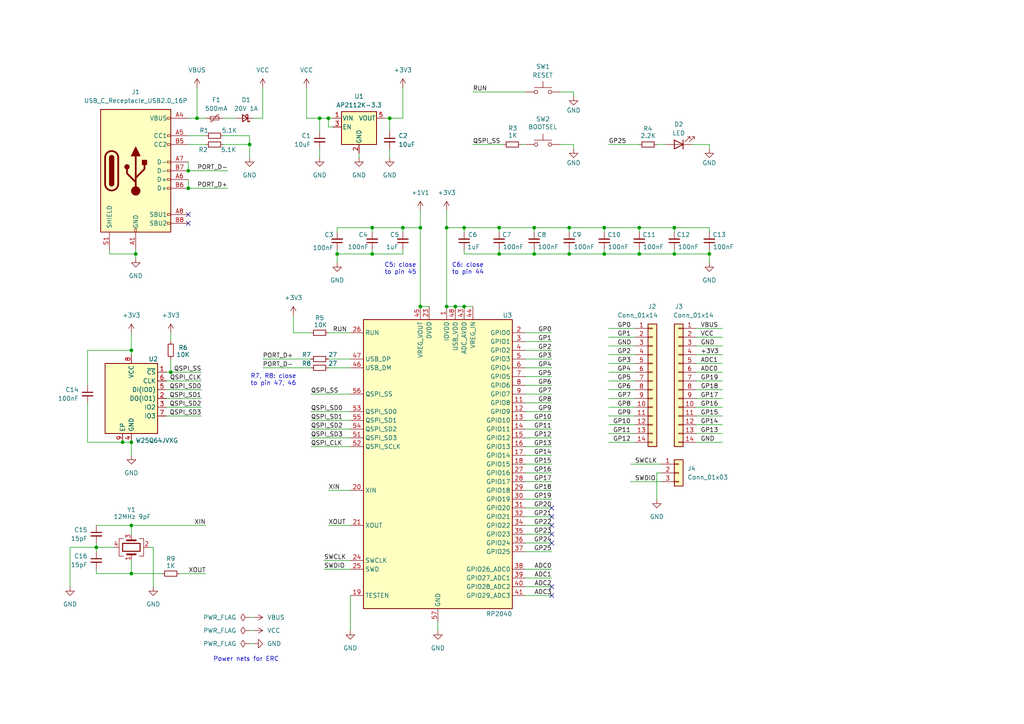
<source format=kicad_sch>
(kicad_sch (version 20231120) (generator "eeschema") (generator_version "8.0")
  (paper "A4")
  (title_block (title "My RP2040") (rev "1.1") (company "https://github.com/kolontsov/my-rp2040") (comment 1 "by Vadim Kolontsov"))
  (lib_symbols
    (symbol "Connector:USB_C_Receptacle_USB2.0_16P" (pin_names (offset 1.016))
      (property "Reference" "J" (at 0 22.225 0))
      (property "Value" "USB_C_Receptacle_USB2.0_16P" (at 0 19.685 0))
      (symbol "USB_C_Receptacle_USB2.0_16P_1_1"
        (pin passive line (at 0 -22.86 90) (length 5.08) (name "GND") (number "A1"))
        (pin passive line (at 0 -22.86 90) (length 5.08) hide (name "GND") (number "A12"))
        (pin passive line (at 15.24 15.24 180) (length 5.08) (name "VBUS") (number "A4"))
        (pin bidirectional line (at 15.24 10.16 180) (length 5.08) (name "CC1") (number "A5"))
        (pin bidirectional line (at 15.24 -2.54 180) (length 5.08) (name "D+") (number "A6"))
        (pin bidirectional line (at 15.24 2.54 180) (length 5.08) (name "D-") (number "A7"))
        (pin bidirectional line (at 15.24 -12.7 180) (length 5.08) (name "SBU1") (number "A8"))
        (pin passive line (at 15.24 15.24 180) (length 5.08) hide (name "VBUS") (number "A9"))
        (pin passive line (at 0 -22.86 90) (length 5.08) hide (name "GND") (number "B1"))
        (pin passive line (at 0 -22.86 90) (length 5.08) hide (name "GND") (number "B12"))
        (pin passive line (at 15.24 15.24 180) (length 5.08) hide (name "VBUS") (number "B4"))
        (pin bidirectional line (at 15.24 7.62 180) (length 5.08) (name "CC2") (number "B5"))
        (pin bidirectional line (at 15.24 -5.08 180) (length 5.08) (name "D+") (number "B6"))
        (pin bidirectional line (at 15.24 0 180) (length 5.08) (name "D-") (number "B7"))
        (pin bidirectional line (at 15.24 -15.24 180) (length 5.08) (name "SBU2") (number "B8"))
        (pin passive line (at 15.24 15.24 180) (length 5.08) hide (name "VBUS") (number "B9"))
        (pin passive line (at -7.62 -22.86 90) (length 5.08) (name "SHIELD") (number "S1"))
      )
    )
    (symbol "Connector_Generic:Conn_01x03" (pin_names (offset 1.016) hide)
      (property "Reference" "J" (at 0 5.08 0))
      (property "Value" "Conn_01x03" (at 0 -5.08 0))
      (symbol "Conn_01x03_1_1"
        (pin passive line (at -5.08 2.54 0) (length 3.81) (name "Pin_1") (number "1"))
        (pin passive line (at -5.08 0 0) (length 3.81) (name "Pin_2") (number "2"))
        (pin passive line (at -5.08 -2.54 0) (length 3.81) (name "Pin_3") (number "3"))
      )
    )
    (symbol "Connector_Generic:Conn_01x14" (pin_names (offset 1.016) hide)
      (property "Reference" "J" (at 0 17.78 0))
      (property "Value" "Conn_01x14" (at 0 -20.32 0))
      (symbol "Conn_01x14_1_1"
        (pin passive line (at -5.08 15.24 0) (length 3.81) (name "Pin_1") (number "1"))
        (pin passive line (at -5.08 -7.62 0) (length 3.81) (name "Pin_10") (number "10"))
        (pin passive line (at -5.08 -10.16 0) (length 3.81) (name "Pin_11") (number "11"))
        (pin passive line (at -5.08 -12.7 0) (length 3.81) (name "Pin_12") (number "12"))
        (pin passive line (at -5.08 -15.24 0) (length 3.81) (name "Pin_13") (number "13"))
        (pin passive line (at -5.08 -17.78 0) (length 3.81) (name "Pin_14") (number "14"))
        (pin passive line (at -5.08 12.7 0) (length 3.81) (name "Pin_2") (number "2"))
        (pin passive line (at -5.08 10.16 0) (length 3.81) (name "Pin_3") (number "3"))
        (pin passive line (at -5.08 7.62 0) (length 3.81) (name "Pin_4") (number "4"))
        (pin passive line (at -5.08 5.08 0) (length 3.81) (name "Pin_5") (number "5"))
        (pin passive line (at -5.08 2.54 0) (length 3.81) (name "Pin_6") (number "6"))
        (pin passive line (at -5.08 0 0) (length 3.81) (name "Pin_7") (number "7"))
        (pin passive line (at -5.08 -2.54 0) (length 3.81) (name "Pin_8") (number "8"))
        (pin passive line (at -5.08 -5.08 0) (length 3.81) (name "Pin_9") (number "9"))
      )
    )
    (symbol "Device:C_Small" (pin_numbers hide) (pin_names (offset 0.254) hide)
      (property "Reference" "C" (at 0.254 1.778 0))
      (property "Value" "C_Small" (at 0.254 -2.032 0))
      (symbol "C_Small_1_1"
        (pin passive line (at 0 2.54 270) (length 2.032) (name "~") (number "1"))
        (pin passive line (at 0 -2.54 90) (length 2.032) (name "~") (number "2"))
      )
    )
    (symbol "Device:Crystal_GND24" (pin_names (offset 1.016) hide)
      (property "Reference" "Y" (at 3.175 5.08 0))
      (property "Value" "Crystal_GND24" (at 3.175 3.175 0))
      (symbol "Crystal_GND24_1_1"
        (pin passive line (at -3.81 0 0) (length 1.27) (name "1") (number "1"))
        (pin passive line (at 0 5.08 270) (length 1.27) (name "2") (number "2"))
        (pin passive line (at 3.81 0 180) (length 1.27) (name "3") (number "3"))
        (pin passive line (at 0 -5.08 90) (length 1.27) (name "4") (number "4"))
      )
    )
    (symbol "Device:D_Schottky_Small" (pin_numbers hide) (pin_names (offset 0.254) hide)
      (property "Reference" "D" (at -1.27 2.032 0))
      (property "Value" "D_Schottky_Small" (at -7.112 -2.032 0))
      (symbol "D_Schottky_Small_1_1"
        (pin passive line (at -2.54 0 0) (length 1.778) (name "K") (number "1"))
        (pin passive line (at 2.54 0 180) (length 1.778) (name "A") (number "2"))
      )
    )
    (symbol "Device:LED" (pin_numbers hide) (pin_names (offset 1.016) hide)
      (property "Reference" "D" (at 0 2.54 0))
      (property "Value" "LED" (at 0 -2.54 0))
      (symbol "LED_1_1"
        (pin passive line (at -3.81 0 0) (length 2.54) (name "K") (number "1"))
        (pin passive line (at 3.81 0 180) (length 2.54) (name "A") (number "2"))
      )
    )
    (symbol "Device:Polyfuse_Small" (pin_numbers hide) (pin_names (offset 0))
      (property "Reference" "F" (at -1.905 0 90))
      (property "Value" "Polyfuse_Small" (at 1.905 0 90))
      (symbol "Polyfuse_Small_1_1"
        (pin passive line (at 0 2.54 270) (length 0.635) (name "~") (number "1"))
        (pin passive line (at 0 -2.54 90) (length 0.635) (name "~") (number "2"))
      )
    )
    (symbol "Device:R_Small" (pin_numbers hide) (pin_names (offset 0.254) hide)
      (property "Reference" "R" (at 0.762 0.508 0))
      (property "Value" "R_Small" (at 0.762 -1.016 0))
      (symbol "R_Small_1_1"
        (pin passive line (at 0 2.54 270) (length 0.762) (name "~") (number "1"))
        (pin passive line (at 0 -2.54 90) (length 0.762) (name "~") (number "2"))
      )
    )
    (symbol "Kolontsov:W25Q64JVXG"
      (property "Reference" "U" (at -6.35 11.43 0))
      (property "Value" "W25Q64JVXG" (at 7.62 11.43 0))
      (property "MPN" "W25Q64JVXGIQ" (at 0 0 0))
      (property "LCSC" "C2940195" (at 0 0 0))
      (symbol "W25Q64JVXG_1_1"
        (pin input line (at -10.16 7.62 0) (length 2.54) (name "~{CS}") (number "1"))
        (pin bidirectional line (at -10.16 0 0) (length 2.54) (name "DO(IO1)") (number "2"))
        (pin bidirectional line (at -10.16 -2.54 0) (length 2.54) (name "IO2") (number "3"))
        (pin power_in line (at 0 -12.7 90) (length 2.54) (name "GND") (number "4"))
        (pin bidirectional line (at -10.16 2.54 0) (length 2.54) (name "DI(IO0)") (number "5"))
        (pin input line (at -10.16 5.08 0) (length 2.54) (name "CLK") (number "6"))
        (pin bidirectional line (at -10.16 -5.08 0) (length 2.54) (name "IO3") (number "7"))
        (pin power_in line (at 0 12.7 270) (length 2.54) (name "VCC") (number "8"))
        (pin passive line (at 2.54 -12.7 90) (length 2.54) (name "EP") (number "9"))
      )
    )
    (symbol "MCU_RaspberryPi:RP2040"
      (property "Reference" "U" (at 17.78 45.72 0))
      (property "Value" "RP2040" (at 17.78 43.18 0))
      (symbol "RP2040_1_1"
        (pin power_in line (at 2.54 45.72 270) (length 3.81) (name "IOVDD") (number "1"))
        (pin passive line (at 2.54 45.72 270) (length 3.81) hide (name "IOVDD") (number "10"))
        (pin bidirectional line (at 25.4 17.78 180) (length 3.81) (name "GPIO8") (number "11"))
        (pin bidirectional line (at 25.4 15.24 180) (length 3.81) (name "GPIO9") (number "12"))
        (pin bidirectional line (at 25.4 12.7 180) (length 3.81) (name "GPIO10") (number "13"))
        (pin bidirectional line (at 25.4 10.16 180) (length 3.81) (name "GPIO11") (number "14"))
        (pin bidirectional line (at 25.4 7.62 180) (length 3.81) (name "GPIO12") (number "15"))
        (pin bidirectional line (at 25.4 5.08 180) (length 3.81) (name "GPIO13") (number "16"))
        (pin bidirectional line (at 25.4 2.54 180) (length 3.81) (name "GPIO14") (number "17"))
        (pin bidirectional line (at 25.4 0 180) (length 3.81) (name "GPIO15") (number "18"))
        (pin input line (at -25.4 -38.1 0) (length 3.81) (name "TESTEN") (number "19"))
        (pin bidirectional line (at 25.4 38.1 180) (length 3.81) (name "GPIO0") (number "2"))
        (pin input line (at -25.4 -7.62 0) (length 3.81) (name "XIN") (number "20"))
        (pin passive line (at -25.4 -17.78 0) (length 3.81) (name "XOUT") (number "21"))
        (pin passive line (at 2.54 45.72 270) (length 3.81) hide (name "IOVDD") (number "22"))
        (pin power_in line (at -2.54 45.72 270) (length 3.81) (name "DVDD") (number "23"))
        (pin input line (at -25.4 -27.94 0) (length 3.81) (name "SWCLK") (number "24"))
        (pin bidirectional line (at -25.4 -30.48 0) (length 3.81) (name "SWD") (number "25"))
        (pin input line (at -25.4 38.1 0) (length 3.81) (name "RUN") (number "26"))
        (pin bidirectional line (at 25.4 -2.54 180) (length 3.81) (name "GPIO16") (number "27"))
        (pin bidirectional line (at 25.4 -5.08 180) (length 3.81) (name "GPIO17") (number "28"))
        (pin bidirectional line (at 25.4 -7.62 180) (length 3.81) (name "GPIO18") (number "29"))
        (pin bidirectional line (at 25.4 35.56 180) (length 3.81) (name "GPIO1") (number "3"))
        (pin bidirectional line (at 25.4 -10.16 180) (length 3.81) (name "GPIO19") (number "30"))
        (pin bidirectional line (at 25.4 -12.7 180) (length 3.81) (name "GPIO20") (number "31"))
        (pin bidirectional line (at 25.4 -15.24 180) (length 3.81) (name "GPIO21") (number "32"))
        (pin passive line (at 2.54 45.72 270) (length 3.81) hide (name "IOVDD") (number "33"))
        (pin bidirectional line (at 25.4 -17.78 180) (length 3.81) (name "GPIO22") (number "34"))
        (pin bidirectional line (at 25.4 -20.32 180) (length 3.81) (name "GPIO23") (number "35"))
        (pin bidirectional line (at 25.4 -22.86 180) (length 3.81) (name "GPIO24") (number "36"))
        (pin bidirectional line (at 25.4 -25.4 180) (length 3.81) (name "GPIO25") (number "37"))
        (pin bidirectional line (at 25.4 -30.48 180) (length 3.81) (name "GPIO26_ADC0") (number "38"))
        (pin bidirectional line (at 25.4 -33.02 180) (length 3.81) (name "GPIO27_ADC1") (number "39"))
        (pin bidirectional line (at 25.4 33.02 180) (length 3.81) (name "GPIO2") (number "4"))
        (pin bidirectional line (at 25.4 -35.56 180) (length 3.81) (name "GPIO28_ADC2") (number "40"))
        (pin bidirectional line (at 25.4 -38.1 180) (length 3.81) (name "GPIO29_ADC3") (number "41"))
        (pin passive line (at 2.54 45.72 270) (length 3.81) hide (name "IOVDD") (number "42"))
        (pin power_in line (at 7.62 45.72 270) (length 3.81) (name "ADC_AVDD") (number "43"))
        (pin power_in line (at 10.16 45.72 270) (length 3.81) (name "VREG_IN") (number "44"))
        (pin power_out line (at -5.08 45.72 270) (length 3.81) (name "VREG_VOUT") (number "45"))
        (pin bidirectional line (at -25.4 27.94 0) (length 3.81) (name "USB_DM") (number "46"))
        (pin bidirectional line (at -25.4 30.48 0) (length 3.81) (name "USB_DP") (number "47"))
        (pin power_in line (at 5.08 45.72 270) (length 3.81) (name "USB_VDD") (number "48"))
        (pin passive line (at 2.54 45.72 270) (length 3.81) hide (name "IOVDD") (number "49"))
        (pin bidirectional line (at 25.4 30.48 180) (length 3.81) (name "GPIO3") (number "5"))
        (pin passive line (at -2.54 45.72 270) (length 3.81) hide (name "DVDD") (number "50"))
        (pin bidirectional line (at -25.4 7.62 0) (length 3.81) (name "QSPI_SD3") (number "51"))
        (pin output line (at -25.4 5.08 0) (length 3.81) (name "QSPI_SCLK") (number "52"))
        (pin bidirectional line (at -25.4 15.24 0) (length 3.81) (name "QSPI_SD0") (number "53"))
        (pin bidirectional line (at -25.4 10.16 0) (length 3.81) (name "QSPI_SD2") (number "54"))
        (pin bidirectional line (at -25.4 12.7 0) (length 3.81) (name "QSPI_SD1") (number "55"))
        (pin bidirectional line (at -25.4 20.32 0) (length 3.81) (name "QSPI_SS") (number "56"))
        (pin power_in line (at 0 -45.72 90) (length 3.81) (name "GND") (number "57"))
        (pin bidirectional line (at 25.4 27.94 180) (length 3.81) (name "GPIO4") (number "6"))
        (pin bidirectional line (at 25.4 25.4 180) (length 3.81) (name "GPIO5") (number "7"))
        (pin bidirectional line (at 25.4 22.86 180) (length 3.81) (name "GPIO6") (number "8"))
        (pin bidirectional line (at 25.4 20.32 180) (length 3.81) (name "GPIO7") (number "9"))
      )
    )
    (symbol "Regulator_Linear:AP2112K-3.3" (pin_names (offset 0.254))
      (property "Reference" "U" (at -5.08 5.715 0))
      (property "Value" "AP2112K-3.3" (at 0 5.715 0))
      (symbol "AP2112K-3.3_1_1"
        (pin power_in line (at -7.62 2.54 0) (length 2.54) (name "VIN") (number "1"))
        (pin power_in line (at 0 -7.62 90) (length 2.54) (name "GND") (number "2"))
        (pin input line (at -7.62 0 0) (length 2.54) (name "EN") (number "3"))
        (pin no_connect line (at 5.08 0 180) (length 2.54) hide (name "NC") (number "4"))
        (pin power_out line (at 7.62 2.54 180) (length 2.54) (name "VOUT") (number "5"))
      )
    )
    (symbol "Switch:SW_Push" (pin_numbers hide) (pin_names (offset 1.016) hide)
      (property "Reference" "SW" (at 1.27 2.54 0))
      (property "Value" "SW_Push" (at 0 -1.524 0))
      (symbol "SW_Push_0_1"
        (pin passive line (at -5.08 0 0) (length 2.54) (name "1") (number "1"))
        (pin passive line (at 5.08 0 180) (length 2.54) (name "2") (number "2"))
      )
    )
    (symbol "power:+1V1" (power) (pin_names (offset 0))
      (property "Value" "+1V1" (at 0 3.556 0))
      (symbol "+1V1_1_1"
        (pin power_in line (at 0 0 90) (length 0) hide (name "+1V1") (number "1"))
      )
    )
    (symbol "power:+3V3" (power) (pin_names (offset 0))
      (property "Value" "+3V3" (at 0 3.556 0))
      (symbol "+3V3_1_1"
        (pin power_in line (at 0 0 90) (length 0) hide (name "+3V3") (number "1"))
      )
    )
    (symbol "power:GND" (power) (pin_names (offset 0))
      (property "Value" "GND" (at 0 -3.81 0))
      (symbol "GND_1_1"
        (pin power_in line (at 0 0 270) (length 0) hide (name "GND") (number "1"))
      )
    )
    (symbol "power:PWR_FLAG" (power) (pin_numbers hide) (pin_names (offset 0) hide)
      (property "Value" "PWR_FLAG" (at 0 3.81 0))
      (symbol "PWR_FLAG_0_0"
        (pin power_out line (at 0 0 90) (length 0) (name "pwr") (number "1"))
      )
    )
    (symbol "power:VBUS" (power) (pin_names (offset 0))
      (property "Value" "VBUS" (at 0 3.81 0))
      (symbol "VBUS_1_1"
        (pin power_in line (at 0 0 90) (length 0) hide (name "VBUS") (number "1"))
      )
    )
    (symbol "power:VCC" (power) (pin_names (offset 0))
      (property "Value" "VCC" (at 0 3.81 0))
      (symbol "VCC_1_1"
        (pin power_in line (at 0 0 90) (length 0) hide (name "VCC") (number "1"))
      )
    )
  )
  (junction (at 54.61 54.61))
  (junction (at 49.53 107.95))
  (junction (at 175.26 66.04))
  (junction (at 95.25 34.29))
  (junction (at 129.54 88.9))
  (junction (at 134.62 88.9))
  (junction (at 154.94 66.04))
  (junction (at 38.1 166.37))
  (junction (at 175.26 73.66))
  (junction (at 35.56 128.27))
  (junction (at 165.1 73.66))
  (junction (at 92.71 34.29))
  (junction (at 54.61 49.53))
  (junction (at 154.94 73.66))
  (junction (at 97.79 73.66))
  (junction (at 144.78 73.66))
  (junction (at 165.1 66.04))
  (junction (at 107.95 66.04))
  (junction (at 27.94 158.75))
  (junction (at 132.08 88.9))
  (junction (at 57.15 34.29))
  (junction (at 144.78 66.04))
  (junction (at 39.37 73.66))
  (junction (at 195.58 73.66))
  (junction (at 121.92 88.9))
  (junction (at 134.62 66.04))
  (junction (at 195.58 66.04))
  (junction (at 72.39 41.91))
  (junction (at 185.42 66.04))
  (junction (at 185.42 73.66))
  (junction (at 38.1 152.4))
  (junction (at 38.1 101.6))
  (junction (at 38.1 128.27))
  (junction (at 121.92 66.04))
  (junction (at 129.54 66.04))
  (junction (at 113.03 34.29))
  (junction (at 205.74 73.66))
  (junction (at 116.84 66.04))
  (junction (at 107.95 73.66))
  (no_connect (at 160.02 154.94))
  (no_connect (at 160.02 149.86))
  (no_connect (at 160.02 157.48))
  (no_connect (at 160.02 147.32))
  (no_connect (at 160.02 172.72))
  (no_connect (at 54.61 62.23))
  (no_connect (at 160.02 170.18))
  (no_connect (at 54.61 64.77))
  (no_connect (at 160.02 152.4))
  (wire (pts (xy 176.53 107.95) (xy 184.15 107.95)))
  (wire (pts (xy 162.56 41.91) (xy 166.37 41.91)))
  (wire (pts (xy 57.15 34.29) (xy 59.69 34.29)))
  (wire (pts (xy 27.94 158.75) (xy 27.94 160.02)))
  (wire (pts (xy 176.53 118.11) (xy 184.15 118.11)))
  (wire (pts (xy 76.2 34.29) (xy 73.66 34.29)))
  (wire (pts (xy 152.4 104.14) (xy 160.02 104.14)))
  (wire (pts (xy 92.71 34.29) (xy 95.25 34.29)))
  (wire (pts (xy 97.79 66.04) (xy 97.79 67.31)))
  (wire (pts (xy 38.1 152.4) (xy 59.69 152.4)))
  (wire (pts (xy 144.78 72.39) (xy 144.78 73.66)))
  (wire (pts (xy 205.74 73.66) (xy 205.74 76.2)))
  (wire (pts (xy 38.1 101.6) (xy 38.1 102.87)))
  (wire (pts (xy 20.32 158.75) (xy 20.32 170.18)))
  (wire (pts (xy 176.53 113.03) (xy 184.15 113.03)))
  (wire (pts (xy 95.25 152.4) (xy 101.6 152.4)))
  (wire (pts (xy 72.39 182.88) (xy 73.66 182.88)))
  (wire (pts (xy 107.95 72.39) (xy 107.95 73.66)))
  (wire (pts (xy 88.9 34.29) (xy 92.71 34.29)))
  (wire (pts (xy 154.94 73.66) (xy 165.1 73.66)))
  (wire (pts (xy 152.4 170.18) (xy 160.02 170.18)))
  (wire (pts (xy 48.26 118.11) (xy 58.42 118.11)))
  (wire (pts (xy 144.78 66.04) (xy 154.94 66.04)))
  (wire (pts (xy 152.4 167.64) (xy 160.02 167.64)))
  (wire (pts (xy 152.4 152.4) (xy 160.02 152.4)))
  (wire (pts (xy 200.66 41.91) (xy 205.74 41.91)))
  (wire (pts (xy 152.4 116.84) (xy 160.02 116.84)))
  (wire (pts (xy 175.26 73.66) (xy 185.42 73.66)))
  (wire (pts (xy 201.93 115.57) (xy 209.55 115.57)))
  (wire (pts (xy 152.4 160.02) (xy 160.02 160.02)))
  (wire (pts (xy 152.4 165.1) (xy 160.02 165.1)))
  (wire (pts (xy 43.18 158.75) (xy 44.45 158.75)))
  (wire (pts (xy 176.53 41.91) (xy 185.42 41.91)))
  (wire (pts (xy 25.4 128.27) (xy 35.56 128.27)))
  (wire (pts (xy 90.17 124.46) (xy 101.6 124.46)))
  (wire (pts (xy 121.92 66.04) (xy 121.92 88.9)))
  (wire (pts (xy 27.94 157.48) (xy 27.94 158.75)))
  (wire (pts (xy 48.26 110.49) (xy 58.42 110.49)))
  (wire (pts (xy 152.4 144.78) (xy 160.02 144.78)))
  (wire (pts (xy 107.95 73.66) (xy 97.79 73.66)))
  (wire (pts (xy 152.4 137.16) (xy 160.02 137.16)))
  (wire (pts (xy 121.92 60.96) (xy 121.92 66.04)))
  (wire (pts (xy 31.75 73.66) (xy 39.37 73.66)))
  (wire (pts (xy 137.16 26.67) (xy 152.4 26.67)))
  (wire (pts (xy 201.93 118.11) (xy 209.55 118.11)))
  (wire (pts (xy 185.42 73.66) (xy 195.58 73.66)))
  (wire (pts (xy 152.4 139.7) (xy 160.02 139.7)))
  (wire (pts (xy 154.94 66.04) (xy 165.1 66.04)))
  (wire (pts (xy 152.4 142.24) (xy 160.02 142.24)))
  (wire (pts (xy 38.1 128.27) (xy 38.1 132.08)))
  (wire (pts (xy 54.61 49.53) (xy 66.04 49.53)))
  (wire (pts (xy 176.53 102.87) (xy 184.15 102.87)))
  (wire (pts (xy 201.93 120.65) (xy 209.55 120.65)))
  (wire (pts (xy 144.78 66.04) (xy 144.78 67.31)))
  (wire (pts (xy 97.79 73.66) (xy 97.79 76.2)))
  (wire (pts (xy 39.37 72.39) (xy 39.37 73.66)))
  (wire (pts (xy 95.25 36.83) (xy 95.25 34.29)))
  (wire (pts (xy 152.4 114.3) (xy 160.02 114.3)))
  (wire (pts (xy 38.1 162.56) (xy 38.1 166.37)))
  (wire (pts (xy 205.74 66.04) (xy 205.74 67.31)))
  (wire (pts (xy 201.93 110.49) (xy 209.55 110.49)))
  (wire (pts (xy 72.39 41.91) (xy 72.39 45.72)))
  (wire (pts (xy 25.4 116.84) (xy 25.4 128.27)))
  (wire (pts (xy 182.88 134.62) (xy 191.77 134.62)))
  (wire (pts (xy 176.53 100.33) (xy 184.15 100.33)))
  (wire (pts (xy 134.62 88.9) (xy 137.16 88.9)))
  (wire (pts (xy 195.58 66.04) (xy 195.58 67.31)))
  (wire (pts (xy 101.6 172.72) (xy 101.6 182.88)))
  (wire (pts (xy 152.4 127) (xy 160.02 127)))
  (wire (pts (xy 137.16 41.91) (xy 146.05 41.91)))
  (wire (pts (xy 165.1 73.66) (xy 175.26 73.66)))
  (wire (pts (xy 134.62 66.04) (xy 134.62 67.31)))
  (wire (pts (xy 90.17 119.38) (xy 101.6 119.38)))
  (wire (pts (xy 113.03 34.29) (xy 113.03 38.1)))
  (wire (pts (xy 201.93 95.25) (xy 209.55 95.25)))
  (wire (pts (xy 176.53 97.79) (xy 184.15 97.79)))
  (wire (pts (xy 48.26 115.57) (xy 58.42 115.57)))
  (wire (pts (xy 97.79 73.66) (xy 97.79 72.39)))
  (wire (pts (xy 152.4 129.54) (xy 160.02 129.54)))
  (wire (pts (xy 152.4 96.52) (xy 160.02 96.52)))
  (wire (pts (xy 175.26 73.66) (xy 175.26 72.39)))
  (wire (pts (xy 95.25 106.68) (xy 101.6 106.68)))
  (wire (pts (xy 90.17 121.92) (xy 101.6 121.92)))
  (wire (pts (xy 175.26 66.04) (xy 185.42 66.04)))
  (wire (pts (xy 154.94 73.66) (xy 154.94 72.39)))
  (wire (pts (xy 134.62 66.04) (xy 144.78 66.04)))
  (wire (pts (xy 39.37 73.66) (xy 39.37 74.93)))
  (wire (pts (xy 54.61 46.99) (xy 54.61 49.53)))
  (wire (pts (xy 152.4 101.6) (xy 160.02 101.6)))
  (wire (pts (xy 190.5 41.91) (xy 193.04 41.91)))
  (wire (pts (xy 134.62 72.39) (xy 134.62 73.66)))
  (wire (pts (xy 176.53 105.41) (xy 184.15 105.41)))
  (wire (pts (xy 129.54 60.96) (xy 129.54 66.04)))
  (wire (pts (xy 152.4 121.92) (xy 160.02 121.92)))
  (wire (pts (xy 38.1 152.4) (xy 38.1 154.94)))
  (wire (pts (xy 107.95 73.66) (xy 116.84 73.66)))
  (wire (pts (xy 95.25 142.24) (xy 101.6 142.24)))
  (wire (pts (xy 54.61 41.91) (xy 59.69 41.91)))
  (wire (pts (xy 152.4 99.06) (xy 160.02 99.06)))
  (wire (pts (xy 116.84 67.31) (xy 116.84 66.04)))
  (wire (pts (xy 205.74 41.91) (xy 205.74 43.18)))
  (wire (pts (xy 205.74 73.66) (xy 205.74 72.39)))
  (wire (pts (xy 116.84 34.29) (xy 116.84 25.4)))
  (wire (pts (xy 57.15 25.4) (xy 57.15 34.29)))
  (wire (pts (xy 49.53 107.95) (xy 58.42 107.95)))
  (wire (pts (xy 162.56 26.67) (xy 166.37 26.67)))
  (wire (pts (xy 190.5 137.16) (xy 191.77 137.16)))
  (wire (pts (xy 95.25 96.52) (xy 101.6 96.52)))
  (wire (pts (xy 90.17 114.3) (xy 101.6 114.3)))
  (wire (pts (xy 129.54 66.04) (xy 129.54 88.9)))
  (wire (pts (xy 90.17 96.52) (xy 85.09 96.52)))
  (wire (pts (xy 152.4 111.76) (xy 160.02 111.76)))
  (wire (pts (xy 152.4 154.94) (xy 160.02 154.94)))
  (wire (pts (xy 64.77 34.29) (xy 68.58 34.29)))
  (wire (pts (xy 201.93 113.03) (xy 209.55 113.03)))
  (wire (pts (xy 48.26 107.95) (xy 49.53 107.95)))
  (wire (pts (xy 132.08 88.9) (xy 134.62 88.9)))
  (wire (pts (xy 27.94 158.75) (xy 20.32 158.75)))
  (wire (pts (xy 38.1 101.6) (xy 25.4 101.6)))
  (wire (pts (xy 25.4 101.6) (xy 25.4 111.76)))
  (wire (pts (xy 64.77 41.91) (xy 72.39 41.91)))
  (wire (pts (xy 72.39 179.07) (xy 73.66 179.07)))
  (wire (pts (xy 107.95 66.04) (xy 116.84 66.04)))
  (wire (pts (xy 165.1 73.66) (xy 165.1 72.39)))
  (wire (pts (xy 134.62 73.66) (xy 144.78 73.66)))
  (wire (pts (xy 27.94 152.4) (xy 38.1 152.4)))
  (wire (pts (xy 107.95 66.04) (xy 97.79 66.04)))
  (wire (pts (xy 201.93 100.33) (xy 209.55 100.33)))
  (wire (pts (xy 176.53 123.19) (xy 184.15 123.19)))
  (wire (pts (xy 95.25 34.29) (xy 96.52 34.29)))
  (wire (pts (xy 165.1 66.04) (xy 165.1 67.31)))
  (wire (pts (xy 92.71 43.18) (xy 92.71 45.72)))
  (wire (pts (xy 152.4 147.32) (xy 160.02 147.32)))
  (wire (pts (xy 85.09 96.52) (xy 85.09 91.44)))
  (wire (pts (xy 38.1 166.37) (xy 46.99 166.37)))
  (wire (pts (xy 27.94 166.37) (xy 38.1 166.37)))
  (wire (pts (xy 64.77 39.37) (xy 72.39 39.37)))
  (wire (pts (xy 35.56 128.27) (xy 38.1 128.27)))
  (wire (pts (xy 152.4 172.72) (xy 160.02 172.72)))
  (wire (pts (xy 176.53 128.27) (xy 184.15 128.27)))
  (wire (pts (xy 27.94 158.75) (xy 33.02 158.75)))
  (wire (pts (xy 182.88 139.7) (xy 191.77 139.7)))
  (wire (pts (xy 195.58 73.66) (xy 195.58 72.39)))
  (wire (pts (xy 90.17 127) (xy 101.6 127)))
  (wire (pts (xy 76.2 106.68) (xy 90.17 106.68)))
  (wire (pts (xy 201.93 123.19) (xy 209.55 123.19)))
  (wire (pts (xy 88.9 25.4) (xy 88.9 34.29)))
  (wire (pts (xy 54.61 39.37) (xy 59.69 39.37)))
  (wire (pts (xy 165.1 66.04) (xy 175.26 66.04)))
  (wire (pts (xy 152.4 106.68) (xy 160.02 106.68)))
  (wire (pts (xy 152.4 119.38) (xy 160.02 119.38)))
  (wire (pts (xy 175.26 66.04) (xy 175.26 67.31)))
  (wire (pts (xy 144.78 73.66) (xy 154.94 73.66)))
  (wire (pts (xy 113.03 43.18) (xy 113.03 45.72)))
  (wire (pts (xy 93.98 165.1) (xy 101.6 165.1)))
  (wire (pts (xy 49.53 96.52) (xy 49.53 99.06)))
  (wire (pts (xy 31.75 72.39) (xy 31.75 73.66)))
  (wire (pts (xy 152.4 134.62) (xy 160.02 134.62)))
  (wire (pts (xy 201.93 128.27) (xy 209.55 128.27)))
  (wire (pts (xy 185.42 66.04) (xy 185.42 67.31)))
  (wire (pts (xy 195.58 73.66) (xy 205.74 73.66)))
  (wire (pts (xy 54.61 52.07) (xy 54.61 54.61)))
  (wire (pts (xy 44.45 158.75) (xy 44.45 170.18)))
  (wire (pts (xy 201.93 105.41) (xy 209.55 105.41)))
  (wire (pts (xy 48.26 120.65) (xy 58.42 120.65)))
  (wire (pts (xy 107.95 66.04) (xy 107.95 67.31)))
  (wire (pts (xy 152.4 124.46) (xy 160.02 124.46)))
  (wire (pts (xy 129.54 66.04) (xy 134.62 66.04)))
  (wire (pts (xy 104.14 44.45) (xy 104.14 45.72)))
  (wire (pts (xy 152.4 132.08) (xy 160.02 132.08)))
  (wire (pts (xy 176.53 110.49) (xy 184.15 110.49)))
  (wire (pts (xy 201.93 102.87) (xy 209.55 102.87)))
  (wire (pts (xy 90.17 129.54) (xy 101.6 129.54)))
  (wire (pts (xy 151.13 41.91) (xy 152.4 41.91)))
  (wire (pts (xy 38.1 96.52) (xy 38.1 101.6)))
  (wire (pts (xy 116.84 66.04) (xy 121.92 66.04)))
  (wire (pts (xy 152.4 109.22) (xy 160.02 109.22)))
  (wire (pts (xy 129.54 88.9) (xy 132.08 88.9)))
  (wire (pts (xy 76.2 25.4) (xy 76.2 34.29)))
  (wire (pts (xy 154.94 66.04) (xy 154.94 67.31)))
  (wire (pts (xy 152.4 157.48) (xy 160.02 157.48)))
  (wire (pts (xy 96.52 36.83) (xy 95.25 36.83)))
  (wire (pts (xy 121.92 88.9) (xy 124.46 88.9)))
  (wire (pts (xy 54.61 54.61) (xy 66.04 54.61)))
  (wire (pts (xy 54.61 34.29) (xy 57.15 34.29)))
  (wire (pts (xy 176.53 115.57) (xy 184.15 115.57)))
  (wire (pts (xy 201.93 97.79) (xy 209.55 97.79)))
  (wire (pts (xy 127 180.34) (xy 127 182.88)))
  (wire (pts (xy 176.53 125.73) (xy 184.15 125.73)))
  (wire (pts (xy 52.07 166.37) (xy 59.69 166.37)))
  (wire (pts (xy 185.42 66.04) (xy 195.58 66.04)))
  (wire (pts (xy 201.93 107.95) (xy 209.55 107.95)))
  (wire (pts (xy 72.39 186.69) (xy 73.66 186.69)))
  (wire (pts (xy 190.5 137.16) (xy 190.5 144.78)))
  (wire (pts (xy 93.98 162.56) (xy 101.6 162.56)))
  (wire (pts (xy 166.37 26.67) (xy 166.37 27.94)))
  (wire (pts (xy 72.39 39.37) (xy 72.39 41.91)))
  (wire (pts (xy 111.76 34.29) (xy 113.03 34.29)))
  (wire (pts (xy 166.37 41.91) (xy 166.37 43.18)))
  (wire (pts (xy 48.26 113.03) (xy 58.42 113.03)))
  (wire (pts (xy 176.53 120.65) (xy 184.15 120.65)))
  (wire (pts (xy 195.58 66.04) (xy 205.74 66.04)))
  (wire (pts (xy 27.94 165.1) (xy 27.94 166.37)))
  (wire (pts (xy 49.53 104.14) (xy 49.53 107.95)))
  (wire (pts (xy 176.53 95.25) (xy 184.15 95.25)))
  (wire (pts (xy 76.2 104.14) (xy 90.17 104.14)))
  (wire (pts (xy 113.03 34.29) (xy 116.84 34.29)))
  (wire (pts (xy 152.4 149.86) (xy 160.02 149.86)))
  (wire (pts (xy 92.71 34.29) (xy 92.71 38.1)))
  (wire (pts (xy 201.93 125.73) (xy 209.55 125.73)))
  (wire (pts (xy 116.84 72.39) (xy 116.84 73.66)))
  (wire (pts (xy 185.42 73.66) (xy 185.42 72.39)))
  (wire (pts (xy 95.25 104.14) (xy 101.6 104.14)))
  (text "R7, R8: close\nto pin 47, 46" (at 72.644 112.014 0) (effects (font (size 1.27 1.27)) (justify left bottom)))
  (text "Power nets for ERC" (at 71.374 191.262 0) (effects (font (size 1.27 1.27))))
  (text "C5: close\nto pin 45" (at 111.506 79.756 0) (effects (font (size 1.27 1.27)) (justify left bottom)))
  (text "C6: close\nto pin 44" (at 131.064 79.756 0) (effects (font (size 1.27 1.27)) (justify left bottom)))
  (label "QSPI_SD0" (at 58.42 113.03 180))
  (label "GP22" (at 160.02 152.4 180))
  (label "GP24" (at 160.02 157.48 180))
  (label "GP14" (at 203.2 123.19 0))
  (label "QSPI_SD0" (at 90.17 119.38 0))
  (label "GP14" (at 160.02 132.08 180))
  (label "SWCLK" (at 184.15 134.62 0))
  (label "QSPI_SD2" (at 58.42 118.11 180))
  (label "ADC1" (at 160.02 167.64 180))
  (label "GP6" (at 160.02 111.76 180))
  (label "QSPI_CLK" (at 58.42 110.49 180))
  (label "GND" (at 203.2 100.33 0))
  (label "GP10" (at 160.02 121.92 180))
  (label "PORT_D-" (at 76.2 106.68 0))
  (label "VBUS" (at 203.2 95.25 0))
  (label "SWCLK" (at 93.98 162.56 0))
  (label "GP11" (at 177.8 125.73 0))
  (label "GP8" (at 179.07 118.11 0))
  (label "GND" (at 203.2 128.27 0))
  (label "GP25" (at 160.02 160.02 180))
  (label "XIN" (at 59.69 152.4 180))
  (label "GP1" (at 160.02 99.06 180))
  (label "QSPI_SD3" (at 90.17 127 0))
  (label "GP8" (at 160.02 116.84 180))
  (label "GP10" (at 177.8 123.19 0))
  (label "GP3" (at 160.02 104.14 180))
  (label "GP18" (at 160.02 142.24 180))
  (label "ADC1" (at 203.2 105.41 0))
  (label "GP18" (at 203.2 113.03 0))
  (label "QSPI_CLK" (at 90.17 129.54 0))
  (label "GP6" (at 179.07 113.03 0))
  (label "SWDIO" (at 93.98 165.1 0))
  (label "GP16" (at 160.02 137.16 180))
  (label "ADC2" (at 160.02 170.18 180))
  (label "GP13" (at 160.02 129.54 180))
  (label "QSPI_SS" (at 137.16 41.91 0))
  (label "GP17" (at 203.2 115.57 0))
  (label "QSPI_SD3" (at 58.42 120.65 180))
  (label "VCC" (at 203.2 97.79 0))
  (label "XIN" (at 95.25 142.24 0))
  (label "GP5" (at 179.07 110.49 0))
  (label "GP2" (at 179.07 102.87 0))
  (label "SWDIO" (at 184.15 139.7 0))
  (label "GND" (at 179.07 100.33 0))
  (label "GP25" (at 176.53 41.91 0))
  (label "GP5" (at 160.02 109.22 180))
  (label "GP15" (at 160.02 134.62 180))
  (label "GP21" (at 160.02 149.86 180))
  (label "GP15" (at 203.2 120.65 0))
  (label "GP3" (at 179.07 105.41 0))
  (label "RUN" (at 137.16 26.67 0))
  (label "GP7" (at 179.07 115.57 0))
  (label "QSPI_SD2" (at 90.17 124.46 0))
  (label "XOUT" (at 95.25 152.4 0))
  (label "GP7" (at 160.02 114.3 180))
  (label "GP19" (at 160.02 144.78 180))
  (label "GP1" (at 179.07 97.79 0))
  (label "PORT_D+" (at 66.04 54.61 180))
  (label "GP20" (at 160.02 147.32 180))
  (label "GP11" (at 160.02 124.46 180))
  (label "ADC3" (at 160.02 172.72 180))
  (label "GP16" (at 203.2 118.11 0))
  (label "GP9" (at 160.02 119.38 180))
  (label "PORT_D+" (at 76.2 104.14 0))
  (label "GP12" (at 160.02 127 180))
  (label "GP19" (at 203.2 110.49 0))
  (label "GP0" (at 179.07 95.25 0))
  (label "+3V3" (at 203.2 102.87 0))
  (label "PORT_D-" (at 66.04 49.53 180))
  (label "GP17" (at 160.02 139.7 180))
  (label "QSPI_SD1" (at 90.17 121.92 0))
  (label "GP4" (at 179.07 107.95 0))
  (label "GP13" (at 203.2 125.73 0))
  (label "ADC0" (at 160.02 165.1 180))
  (label "GP4" (at 160.02 106.68 180))
  (label "ADC0" (at 203.2 107.95 0))
  (label "QSPI_SS" (at 90.17 114.3 0))
  (label "GP23" (at 160.02 154.94 180))
  (label "XOUT" (at 59.69 166.37 180))
  (label "QSPI_SD1" (at 58.42 115.57 180))
  (label "GP2" (at 160.02 101.6 180))
  (label "RUN" (at 96.52 96.52 0))
  (label "GP9" (at 179.07 120.65 0))
  (label "QSPI_SS" (at 58.42 107.95 180))
  (label "GP0" (at 160.02 96.52 180))
  (label "GP12" (at 177.8 128.27 0))
  (symbol (lib_id "Device:C_Small") (at 165.1 69.85 0) (mirror x) (unit 1)
    (property "Reference" "C9" (at 168.656 68.072 0) (effects (justify right)))
    (property "Value" "100nF" (at 172.466 71.628 0) (effects (justify right)))
    (property "Footprint" "Capacitor_SMD:C_0402_1005Metric" (effects (hide yes)))
    (property "MPN" "CL05B104KO5NNNC" (effects (hide yes)))
    (property "LCSC" "C1525" (effects (hide yes)))
  )
  (symbol (lib_id "power:VCC") (at 73.66 182.88 270) (unit 1)
    (property "Reference" "#PWR023" (effects (hide yes)))
    (property "Value" "VCC" (at 77.47 182.8799 90) (effects (justify left)))
    (property "Description" "Power symbol creates a global label with name \"VCC\"" (effects (hide yes)))
  )
  (symbol (lib_id "Device:C_Small") (at 154.94 69.85 0) (mirror x) (unit 1)
    (property "Reference" "C8" (at 158.496 68.072 0) (effects (justify right)))
    (property "Value" "100nF" (at 162.052 71.628 0) (effects (justify right)))
    (property "Footprint" "Capacitor_SMD:C_0402_1005Metric" (effects (hide yes)))
    (property "MPN" "CL05B104KO5NNNC" (effects (hide yes)))
    (property "LCSC" "C1525" (effects (hide yes)))
  )
  (symbol (lib_id "Connector_Generic:Conn_01x14") (at 196.85 110.49 0) (mirror y) (unit 1)
    (property "Reference" "J3" (at 198.12 88.9 0) (effects (justify left)))
    (property "Value" "Conn_01x14" (at 207.01 91.44 0) (effects (justify left)))
    (property "Footprint" "Connector_PinHeader_2.54mm:PinHeader_1x14_P2.54mm_Vertical" (effects (hide yes)))
  )
  (symbol (lib_id "Device:C_Small") (at 92.71 40.64 0) (mirror y) (unit 1)
    (property "Reference" "C1" (at 90.17 39.3762 0) (effects (justify left)))
    (property "Value" "10uF" (at 90.17 41.9162 0) (effects (justify left)))
    (property "Footprint" "Capacitor_SMD:C_0402_1005Metric" (effects (hide yes)))
    (property "Description" "Unpolarized capacitor, small symbol" (effects (hide yes)))
    (property "MPN" "CL05A106MQ5NUNC" (effects (hide yes)))
    (property "LCSC" "C15525" (effects (hide yes)))
  )
  (symbol (lib_id "Connector_Generic:Conn_01x14") (at 189.23 110.49 0) (unit 1)
    (property "Reference" "J2" (at 187.96 88.9 0) (effects (justify left)))
    (property "Value" "Conn_01x14" (at 179.07 91.44 0) (effects (justify left)))
    (property "Footprint" "Connector_PinHeader_2.54mm:PinHeader_1x14_P2.54mm_Vertical" (effects (hide yes)))
  )
  (symbol (lib_id "power:VCC") (at 76.2 25.4 0) (unit 1)
    (property "Reference" "#PWR02" (effects (hide yes)))
    (property "Value" "VCC" (at 76.2 20.32 0))
    (property "Description" "Power symbol creates a global label with name \"VCC\"" (effects (hide yes)))
  )
  (symbol (lib_id "Device:C_Small") (at 205.74 69.85 0) (mirror x) (unit 1)
    (property "Reference" "C13" (at 210.566 68.072 0) (effects (justify right)))
    (property "Value" "100nF" (at 212.852 71.628 0) (effects (justify right)))
    (property "Footprint" "Capacitor_SMD:C_0402_1005Metric" (effects (hide yes)))
    (property "MPN" "CL05B104KO5NNNC" (effects (hide yes)))
    (property "LCSC" "C1525" (effects (hide yes)))
  )
  (symbol (lib_id "power:GND") (at 20.32 170.18 0) (unit 1)
    (property "Reference" "#PWR025" (effects (hide yes)))
    (property "Value" "GND" (at 20.32 175.26 0))
    (property "Description" "Power symbol creates a global label with name \"GND\" , ground" (effects (hide yes)))
  )
  (symbol (lib_id "power:GND") (at 101.6 182.88 0) (unit 1)
    (property "Reference" "#PWR027" (effects (hide yes)))
    (property "Value" "GND" (at 101.6 187.96 0))
    (property "Description" "Power symbol creates a global label with name \"GND\" , ground" (effects (hide yes)))
  )
  (symbol (lib_id "power:+1V1") (at 121.92 60.96 0) (unit 1)
    (property "Reference" "#PWR012" (effects (hide yes)))
    (property "Value" "+1V1" (at 121.92 55.88 0))
    (property "Description" "Power symbol creates a global label with name \"+1V1\"" (effects (hide yes)))
  )
  (symbol (lib_id "MCU_RaspberryPi:RP2040") (at 127 134.62 0) (unit 1)
    (property "Reference" "U3" (at 145.796 91.44 0) (effects (justify left)))
    (property "Value" "RP2040" (at 140.97 178.054 0) (effects (justify left)))
    (property "Footprint" "Package_DFN_QFN:QFN-56-1EP_7x7mm_P0.4mm_EP3.2x3.2mm" (effects (hide yes)))
    (property "Datasheet" "https://datasheets.raspberrypi.com/rp2040/rp2040-datasheet.pdf" (effects (hide yes)))
    (property "Description" "A microcontroller by Raspberry Pi" (effects (hide yes)))
    (property "MPN" "RP2040" (effects (hide yes)))
    (property "LCSC" "C2040" (effects (hide yes)))
  )
  (symbol (lib_id "power:GND") (at 166.37 43.18 0) (unit 1)
    (property "Reference" "#PWR06" (effects (hide yes)))
    (property "Value" "GND" (at 166.37 47.244 0))
  )
  (symbol (lib_id "Device:C_Small") (at 185.42 69.85 0) (mirror x) (unit 1)
    (property "Reference" "C11" (at 190.246 68.072 0) (effects (justify right)))
    (property "Value" "100nF" (at 192.532 71.628 0) (effects (justify right)))
    (property "Footprint" "Capacitor_SMD:C_0402_1005Metric" (effects (hide yes)))
    (property "MPN" "CL05B104KO5NNNC" (effects (hide yes)))
    (property "LCSC" "C1525" (effects (hide yes)))
  )
  (symbol (lib_id "Switch:SW_Push") (at 157.48 26.67 0) (unit 1)
    (property "Reference" "SW1" (at 155.448 19.304 0) (effects (justify left)))
    (property "Value" "RESET" (at 154.432 21.844 0) (effects (justify left)))
    (property "Footprint" "Kolontsov:SW-SMD-TS-1088-AR02016" (effects (hide yes)))
    (property "MPN" "TS-1088-AR02016" (effects (hide yes)))
    (property "LCSC" "C720477" (effects (hide yes)))
  )
  (symbol (lib_id "Kolontsov:W25Q64JVXG") (at 38.1 115.57 0) (mirror y) (unit 1)
    (property "Reference" "U2" (at 44.45 104.14 0))
    (property "Value" "W25Q64JVXG" (at 45.466 127.762 0))
    (property "Footprint" "Kolontsov:XSON-8_L4.0-W4.0-P0.80-TL-EP" (effects (hide yes)))
    (property "Datasheet" "https://winbond.com/resource-files/W25Q64JV%20RevK%2003102021%20Plus.pdf" (effects (hide yes)))
    (property "Description" "64Mb Serial Flash Memory, Standard/Dual/Quad SPI, XSON 4x4" (effects (hide yes)))
    (property "MPN" "W25Q64JVXGIQ" (effects (hide yes)))
    (property "LCSC" "C2940195" (effects (hide yes)))
  )
  (symbol (lib_id "Connector:USB_C_Receptacle_USB2.0_16P") (at 39.37 49.53 0) (unit 1)
    (property "Reference" "J1" (at 39.37 26.67 0))
    (property "Value" "USB_C_Receptacle_USB2.0_16P" (at 39.37 29.21 0))
    (property "Footprint" "Connector_USB:USB_C_Receptacle_HRO_TYPE-C-31-M-12" (effects (hide yes)))
    (property "Datasheet" "https://www.usb.org/sites/default/files/documents/usb_type-c.zip" (effects (hide yes)))
    (property "Description" "USB 2.0-only 16P Type-C Receptacle connector" (effects (hide yes)))
    (property "MPN" "TYPE-C-31-M-12" (effects (hide yes)))
    (property "LCSC" "C165948" (effects (hide yes)))
  )
  (symbol (lib_id "power:GND") (at 39.37 74.93 0) (unit 1)
    (property "Reference" "#PWR014" (effects (hide yes)))
    (property "Value" "GND" (at 39.37 80.01 0))
    (property "Description" "Power symbol creates a global label with name \"GND\" , ground" (effects (hide yes)))
  )
  (symbol (lib_id "power:GND") (at 38.1 132.08 0) (unit 1)
    (property "Reference" "#PWR020" (effects (hide yes)))
    (property "Value" "GND" (at 38.1 137.16 0))
    (property "Description" "Power symbol creates a global label with name \"GND\" , ground" (effects (hide yes)))
  )
  (symbol (lib_id "Device:C_Small") (at 27.94 162.56 0) (mirror y) (unit 1)
    (property "Reference" "C16" (at 25.4 161.2962 0) (effects (justify left)))
    (property "Value" "15pF" (at 25.4 163.83 0) (effects (justify left)))
    (property "Footprint" "Capacitor_SMD:C_0402_1005Metric" (effects (hide yes)))
    (property "Description" "Unpolarized capacitor, small symbol" (effects (hide yes)))
    (property "MPN" "0402CG150J500NT" (effects (hide yes)))
    (property "LCSC" "C1548" (effects (hide yes)))
  )
  (symbol (lib_id "power:GND") (at 72.39 45.72 0) (unit 1)
    (property "Reference" "#PWR08" (effects (hide yes)))
    (property "Value" "GND" (at 72.39 50.8 0))
    (property "Description" "Power symbol creates a global label with name \"GND\" , ground" (effects (hide yes)))
  )
  (symbol (lib_id "power:+3V3") (at 129.54 60.96 0) (unit 1)
    (property "Reference" "#PWR013" (effects (hide yes)))
    (property "Value" "+3V3" (at 129.54 55.88 0))
    (property "Description" "Power symbol creates a global label with name \"+3V3\"" (effects (hide yes)))
  )
  (symbol (lib_id "Device:C_Small") (at 25.4 114.3 0) (unit 1)
    (property "Reference" "C14" (at 22.86 113.0362 0) (effects (justify right)))
    (property "Value" "100nF" (at 22.86 115.5762 0) (effects (justify right)))
    (property "Footprint" "Capacitor_SMD:C_0402_1005Metric" (effects (hide yes)))
    (property "Description" "Unpolarized capacitor, small symbol" (effects (hide yes)))
    (property "MPN" "CL05B104KO5NNNC" (effects (hide yes)))
    (property "LCSC" "C1525" (effects (hide yes)))
  )
  (symbol (lib_id "Device:C_Small") (at 113.03 40.64 0) (unit 1)
    (property "Reference" "C2" (at 115.57 39.3762 0) (effects (justify left)))
    (property "Value" "10uF" (at 115.57 41.9162 0) (effects (justify left)))
    (property "Footprint" "Capacitor_SMD:C_0402_1005Metric" (effects (hide yes)))
    (property "Description" "Unpolarized capacitor, small symbol" (effects (hide yes)))
    (property "MPN" "CL05A106MQ5NUNC" (effects (hide yes)))
    (property "LCSC" "C15525" (effects (hide yes)))
  )
  (symbol (lib_id "power:+3V3") (at 49.53 96.52 0) (unit 1)
    (property "Reference" "#PWR019" (effects (hide yes)))
    (property "Value" "+3V3" (at 49.53 91.44 0))
    (property "Description" "Power symbol creates a global label with name \"+3V3\"" (effects (hide yes)))
  )
  (symbol (lib_id "power:+3V3") (at 116.84 25.4 0) (unit 1)
    (property "Reference" "#PWR04" (effects (hide yes)))
    (property "Value" "+3V3" (at 116.84 20.32 0))
    (property "Description" "Power symbol creates a global label with name \"+3V3\"" (effects (hide yes)))
  )
  (symbol (lib_id "power:VBUS") (at 73.66 179.07 270) (unit 1)
    (property "Reference" "#PWR022" (effects (hide yes)))
    (property "Value" "VBUS" (at 77.47 179.0699 90) (effects (justify left)))
    (property "Description" "Power symbol creates a global label with name \"VBUS\"" (effects (hide yes)))
  )
  (symbol (lib_id "power:+3V3") (at 38.1 96.52 0) (unit 1)
    (property "Reference" "#PWR018" (effects (hide yes)))
    (property "Value" "+3V3" (at 38.1 91.44 0))
    (property "Description" "Power symbol creates a global label with name \"+3V3\"" (effects (hide yes)))
  )
  (symbol (lib_id "Device:LED") (at 196.85 41.91 180) (unit 1)
    (property "Reference" "D2" (at 196.85 36.068 0))
    (property "Value" "LED" (at 196.85 38.608 0))
    (property "Footprint" "LED_SMD:LED_0603_1608Metric" (effects (hide yes)))
    (property "LCSC" "C72038" (effects (hide yes)))
    (property "MPN" "19-213/Y2C-CQ2R2L/3T(CY)" (effects (hide yes)))
  )
  (symbol (lib_id "power:PWR_FLAG") (at 72.39 179.07 90) (unit 1)
    (property "Reference" "#FLG01" (effects (hide yes)))
    (property "Value" "PWR_FLAG" (at 68.58 179.0699 90) (effects (justify left)))
    (property "Description" "Special symbol for telling ERC where power comes from" (effects (hide yes)))
  )
  (symbol (lib_id "power:PWR_FLAG") (at 72.39 182.88 90) (unit 1)
    (property "Reference" "#FLG02" (effects (hide yes)))
    (property "Value" "PWR_FLAG" (at 68.58 182.8799 90) (effects (justify left)))
    (property "Description" "Special symbol for telling ERC where power comes from" (effects (hide yes)))
  )
  (symbol (lib_id "Regulator_Linear:AP2112K-3.3") (at 104.14 36.83 0) (unit 1)
    (property "Reference" "U1" (at 104.14 27.94 0))
    (property "Value" "AP2112K-3.3" (at 104.14 30.48 0))
    (property "Footprint" "Package_TO_SOT_SMD:SOT-23-5" (effects (hide yes)))
    (property "Datasheet" "https://www.diodes.com/assets/Datasheets/AP2112.pdf" (effects (hide yes)))
    (property "Description" "600mA low dropout linear regulator, with enable pin, 3.8V-6V input voltage range, 3.3V fixed positive output, SOT-23-5" (effects (hide yes)))
    (property "MPN" "AP2112K-3.3TRG1" (effects (hide yes)))
    (property "LCSC" "C51118" (effects (hide yes)))
  )
  (symbol (lib_id "Connector_Generic:Conn_01x03") (at 196.85 137.16 0) (unit 1)
    (property "Reference" "J4" (at 199.39 135.89 0) (effects (justify left)))
    (property "Value" "Conn_01x03" (at 199.39 138.43 0) (effects (justify left)))
    (property "Footprint" "Connector_PinHeader_2.54mm:PinHeader_1x03_P2.54mm_Vertical" (effects (hide yes)))
  )
  (symbol (lib_id "Device:R_Small") (at 62.23 39.37 90) (unit 1)
    (property "Reference" "R1" (at 59.182 37.846 90))
    (property "Value" "5.1K" (at 66.548 37.846 90))
    (property "Footprint" "Resistor_SMD:R_0402_1005Metric" (effects (hide yes)))
    (property "Description" " 62.5mW Thick Film Resistors ±100ppm/℃ ±1% 5.1kΩ 0402" (effects (hide yes)))
    (property "MPN" "0402WGF5101TCE" (effects (hide yes)))
    (property "LCSC" "C25905" (effects (hide yes)))
  )
  (symbol (lib_id "power:VCC") (at 88.9 25.4 0) (unit 1)
    (property "Reference" "#PWR03" (effects (hide yes)))
    (property "Value" "VCC" (at 88.9 20.32 0))
    (property "Description" "Power symbol creates a global label with name \"VCC\"" (effects (hide yes)))
  )
  (symbol (lib_id "Device:Polyfuse_Small") (at 62.23 34.29 90) (unit 1)
    (property "Reference" "F1" (at 62.738 28.956 90))
    (property "Value" "500mA" (at 62.738 31.496 90))
    (property "Footprint" "Fuse:Fuse_0603_1608Metric" (effects (hide yes)))
    (property "Description" "Resettable fuse, polymeric positive temperature coefficient, small symbol" (effects (hide yes)))
    (property "MPN" "MF-FSMF050X-2" (effects (hide yes)))
    (property "LCSC" "C210357" (effects (hide yes)))
  )
  (symbol (lib_id "power:GND") (at 113.03 45.72 0) (unit 1)
    (property "Reference" "#PWR011" (effects (hide yes)))
    (property "Value" "GND" (at 113.03 50.8 0))
    (property "Description" "Power symbol creates a global label with name \"GND\" , ground" (effects (hide yes)))
  )
  (symbol (lib_id "power:GND") (at 205.74 76.2 0) (unit 1)
    (property "Reference" "#PWR016" (effects (hide yes)))
    (property "Value" "GND" (at 205.74 81.28 0))
  )
  (symbol (lib_id "power:GND") (at 73.66 186.69 90) (unit 1)
    (property "Reference" "#PWR024" (effects (hide yes)))
    (property "Value" "GND" (at 77.47 186.6899 90) (effects (justify right)))
    (property "Description" "Power symbol creates a global label with name \"GND\" , ground" (effects (hide yes)))
  )
  (symbol (lib_id "Device:R_Small") (at 92.71 96.52 90) (mirror x) (unit 1)
    (property "Reference" "R5" (at 92.71 92.202 90))
    (property "Value" "10K" (at 92.964 94.234 90))
    (property "Footprint" "Resistor_SMD:R_0402_1005Metric" (effects (hide yes)))
    (property "Description" "Resistor, small symbol" (effects (hide yes)))
    (property "MPN" "0402WGF1002TCE" (effects (hide yes)))
    (property "LCSC" "C25744" (effects (hide yes)))
  )
  (symbol (lib_id "power:GND") (at 97.79 76.2 0) (unit 1)
    (property "Reference" "#PWR015" (effects (hide yes)))
    (property "Value" "GND" (at 97.79 81.28 0))
  )
  (symbol (lib_id "Device:R_Small") (at 148.59 41.91 90) (unit 1)
    (property "Reference" "R3" (at 148.717 37.211 90))
    (property "Value" "1K" (at 148.717 39.243 90))
    (property "Footprint" "Resistor_SMD:R_0402_1005Metric" (effects (hide yes)))
    (property "Description" "Resistor, small symbol" (effects (hide yes)))
    (property "MPN" "0402WGF1001TCE" (effects (hide yes)))
    (property "LCSC" "C11702" (effects (hide yes)))
  )
  (symbol (lib_id "power:PWR_FLAG") (at 72.39 186.69 90) (unit 1)
    (property "Reference" "#FLG03" (effects (hide yes)))
    (property "Value" "PWR_FLAG" (at 68.58 186.6899 90) (effects (justify left)))
    (property "Description" "Special symbol for telling ERC where power comes from" (effects (hide yes)))
  )
  (symbol (lib_id "Device:R_Small") (at 187.96 41.91 270) (unit 1)
    (property "Reference" "R4" (at 189.23 37.338 90) (effects (justify right)))
    (property "Value" "2.2K" (at 190.246 39.37 90) (effects (justify right)))
    (property "Footprint" "Resistor_SMD:R_0402_1005Metric" (effects (hide yes)))
    (property "LCSC" "C25879" (effects (hide yes)))
    (property "MPN" "0402WGF2201TCE" (effects (hide yes)))
  )
  (symbol (lib_id "Device:R_Small") (at 49.53 166.37 270) (unit 1)
    (property "Reference" "R9" (at 49.53 162.052 90))
    (property "Value" "1K" (at 49.53 164.084 90))
    (property "Footprint" "Resistor_SMD:R_0402_1005Metric" (effects (hide yes)))
    (property "Description" "Resistor, small symbol" (effects (hide yes)))
    (property "MPN" "0402WGF1001TCE" (effects (hide yes)))
    (property "LCSC" "C11702" (effects (hide yes)))
  )
  (symbol (lib_id "power:GND") (at 104.14 45.72 0) (unit 1)
    (property "Reference" "#PWR010" (effects (hide yes)))
    (property "Value" "GND" (at 104.14 50.8 0))
    (property "Description" "Power symbol creates a global label with name \"GND\" , ground" (effects (hide yes)))
  )
  (symbol (lib_id "Device:R_Small") (at 49.53 101.6 180) (unit 1)
    (property "Reference" "R6" (at 53.086 100.838 0))
    (property "Value" "10K" (at 53.086 102.87 0))
    (property "Footprint" "Resistor_SMD:R_0402_1005Metric" (effects (hide yes)))
    (property "Description" "Resistor, small symbol" (effects (hide yes)))
    (property "MPN" "0402WGF1002TCE" (effects (hide yes)))
    (property "LCSC" "C25744" (effects (hide yes)))
  )
  (symbol (lib_id "Device:C_Small") (at 116.84 69.85 0) (mirror x) (unit 1)
    (property "Reference" "C5" (at 115.824 68.072 0) (effects (justify right)))
    (property "Value" "1uF" (at 115.57 71.628 0) (effects (justify right)))
    (property "Footprint" "Capacitor_SMD:C_0402_1005Metric" (effects (hide yes)))
    (property "MPN" "CL05A105KA5NQNC" (effects (hide yes)))
    (property "LCSC" "C52923" (effects (hide yes)))
  )
  (symbol (lib_id "power:+3V3") (at 85.09 91.44 0) (unit 1)
    (property "Reference" "#PWR017" (effects (hide yes)))
    (property "Value" "+3V3" (at 85.09 86.36 0))
    (property "Description" "Power symbol creates a global label with name \"+3V3\"" (effects (hide yes)))
  )
  (symbol (lib_id "Device:C_Small") (at 134.62 69.85 0) (mirror x) (unit 1)
    (property "Reference" "C6" (at 138.43 68.072 0) (effects (justify right)))
    (property "Value" "1uF" (at 139.192 71.628 0) (effects (justify right)))
    (property "Footprint" "Capacitor_SMD:C_0402_1005Metric" (effects (hide yes)))
    (property "MPN" "CL05A105KA5NQNC" (effects (hide yes)))
    (property "LCSC" "C52923" (effects (hide yes)))
  )
  (symbol (lib_id "Device:C_Small") (at 27.94 154.94 0) (mirror y) (unit 1)
    (property "Reference" "C15" (at 25.4 153.6762 0) (effects (justify left)))
    (property "Value" "15pF" (at 25.4 156.2162 0) (effects (justify left)))
    (property "Footprint" "Capacitor_SMD:C_0402_1005Metric" (effects (hide yes)))
    (property "Description" "Unpolarized capacitor, small symbol" (effects (hide yes)))
    (property "MPN" "0402CG150J500NT" (effects (hide yes)))
    (property "LCSC" "C1548" (effects (hide yes)))
  )
  (symbol (lib_id "Device:C_Small") (at 175.26 69.85 0) (mirror x) (unit 1)
    (property "Reference" "C10" (at 180.086 68.072 0) (effects (justify right)))
    (property "Value" "100nF" (at 182.372 71.628 0) (effects (justify right)))
    (property "Footprint" "Capacitor_SMD:C_0402_1005Metric" (effects (hide yes)))
    (property "MPN" "CL05B104KO5NNNC" (effects (hide yes)))
    (property "LCSC" "C1525" (effects (hide yes)))
  )
  (symbol (lib_id "power:GND") (at 166.37 27.94 0) (unit 1)
    (property "Reference" "#PWR05" (effects (hide yes)))
    (property "Value" "GND" (at 166.37 32.004 0))
  )
  (symbol (lib_id "Device:R_Small") (at 62.23 41.91 90) (mirror x) (unit 1)
    (property "Reference" "R2" (at 58.928 43.434 90))
    (property "Value" "5.1K" (at 66.294 43.434 90))
    (property "Footprint" "Resistor_SMD:R_0402_1005Metric" (effects (hide yes)))
    (property "Description" " 62.5mW Thick Film Resistors ±100ppm/℃ ±1% 5.1kΩ 0402" (effects (hide yes)))
    (property "MPN" "0402WGF5101TCE" (effects (hide yes)))
    (property "LCSC" "C25905" (effects (hide yes)))
  )
  (symbol (lib_id "power:GND") (at 44.45 170.18 0) (unit 1)
    (property "Reference" "#PWR026" (effects (hide yes)))
    (property "Value" "GND" (at 44.45 175.26 0))
    (property "Description" "Power symbol creates a global label with name \"GND\" , ground" (effects (hide yes)))
  )
  (symbol (lib_id "Device:C_Small") (at 97.79 69.85 0) (mirror x) (unit 1)
    (property "Reference" "C3" (at 96.774 68.072 0) (effects (justify right)))
    (property "Value" "100nF" (at 96.774 71.882 0) (effects (justify right)))
    (property "Footprint" "Capacitor_SMD:C_0402_1005Metric" (effects (hide yes)))
    (property "MPN" "CL05B104KO5NNNC" (effects (hide yes)))
    (property "LCSC" "C1525" (effects (hide yes)))
  )
  (symbol (lib_id "Switch:SW_Push") (at 157.48 41.91 0) (unit 1)
    (property "Reference" "SW2" (at 155.448 34.544 0) (effects (justify left)))
    (property "Value" "BOOTSEL" (at 153.162 36.83 0) (effects (justify left)))
    (property "Footprint" "Kolontsov:SW-SMD-TS-1088-AR02016" (effects (hide yes)))
    (property "MPN" "TS-1088-AR02016" (effects (hide yes)))
    (property "LCSC" "C720477" (effects (hide yes)))
  )
  (symbol (lib_id "Device:R_Small") (at 92.71 104.14 90) (mirror x) (unit 1)
    (property "Reference" "R7" (at 88.9 102.87 90))
    (property "Value" "27" (at 96.52 102.87 90))
    (property "Footprint" "Resistor_SMD:R_0402_1005Metric" (effects (hide yes)))
    (property "MPN" "0402WGF270JTCE" (effects (hide yes)))
    (property "LCSC" "C25100" (effects (hide yes)))
  )
  (symbol (lib_id "Device:C_Small") (at 107.95 69.85 0) (mirror x) (unit 1)
    (property "Reference" "C4" (at 106.68 68.072 0) (effects (justify right)))
    (property "Value" "100nF" (at 106.934 71.628 0) (effects (justify right)))
    (property "Footprint" "Capacitor_SMD:C_0402_1005Metric" (effects (hide yes)))
    (property "MPN" "CL05B104KO5NNNC" (effects (hide yes)))
    (property "LCSC" "C1525" (effects (hide yes)))
  )
  (symbol (lib_id "Device:D_Schottky_Small") (at 71.12 34.29 180) (unit 1)
    (property "Reference" "D1" (at 71.374 28.956 0))
    (property "Value" "20V 1A" (at 71.374 31.496 0))
    (property "Footprint" "Diode_SMD:D_SOD-323" (effects (hide yes)))
    (property "Description" "Schottky diode, 20V 450mV@1A 1A" (effects (hide yes)))
    (property "MPN" "B5817WS" (effects (hide yes)))
    (property "LCSC" "C123899" (effects (hide yes)))
  )
  (symbol (lib_id "Device:C_Small") (at 195.58 69.85 0) (mirror x) (unit 1)
    (property "Reference" "C12" (at 200.152 68.072 0) (effects (justify right)))
    (property "Value" "100nF" (at 202.692 71.628 0) (effects (justify right)))
    (property "Footprint" "Capacitor_SMD:C_0402_1005Metric" (effects (hide yes)))
    (property "MPN" "CL05B104KO5NNNC" (effects (hide yes)))
    (property "LCSC" "C1525" (effects (hide yes)))
  )
  (symbol (lib_id "power:GND") (at 205.74 43.18 0) (unit 1)
    (property "Reference" "#PWR07" (effects (hide yes)))
    (property "Value" "GND" (at 205.74 47.244 0))
  )
  (symbol (lib_id "power:GND") (at 92.71 45.72 0) (unit 1)
    (property "Reference" "#PWR09" (effects (hide yes)))
    (property "Value" "GND" (at 92.71 50.8 0))
    (property "Description" "Power symbol creates a global label with name \"GND\" , ground" (effects (hide yes)))
  )
  (symbol (lib_id "Device:C_Small") (at 144.78 69.85 0) (mirror x) (unit 1)
    (property "Reference" "C7" (at 148.336 68.072 0) (effects (justify right)))
    (property "Value" "100nF" (at 151.892 71.628 0) (effects (justify right)))
    (property "Footprint" "Capacitor_SMD:C_0402_1005Metric" (effects (hide yes)))
    (property "MPN" "CL05B104KO5NNNC" (effects (hide yes)))
    (property "LCSC" "C1525" (effects (hide yes)))
  )
  (symbol (lib_id "power:VBUS") (at 57.15 25.4 0) (unit 1)
    (property "Reference" "#PWR01" (effects (hide yes)))
    (property "Value" "VBUS" (at 57.15 20.32 0))
    (property "Description" "Power symbol creates a global label with name \"VBUS\"" (effects (hide yes)))
  )
  (symbol (lib_id "Device:Crystal_GND24") (at 38.1 158.75 270) (mirror x) (unit 1)
    (property "Reference" "Y1" (at 38.1 147.828 90))
    (property "Value" "12MHz 9pF" (at 38.354 149.86 90))
    (property "Footprint" "Crystal:Crystal_SMD_2520-4Pin_2.5x2.0mm" (effects (hide yes)))
    (property "Description" "Four pin crystal, GND on pins 2 and 4" (effects (hide yes)))
    (property "MPN" "2TJ412000HYGBC" (effects (hide yes)))
    (property "LCSC" "C2149204" (effects (hide yes)))
  )
  (symbol (lib_id "power:GND") (at 190.5 144.78 0) (unit 1)
    (property "Reference" "#PWR021" (effects (hide yes)))
    (property "Value" "GND" (at 190.5 149.86 0))
  )
  (symbol (lib_id "Device:R_Small") (at 92.71 106.68 90) (mirror x) (unit 1)
    (property "Reference" "R8" (at 88.9 105.41 90))
    (property "Value" "27" (at 96.52 105.41 90))
    (property "Footprint" "Resistor_SMD:R_0402_1005Metric" (effects (hide yes)))
    (property "MPN" "0402WGF270JTCE" (effects (hide yes)))
    (property "LCSC" "C25100" (effects (hide yes)))
  )
  (symbol (lib_id "power:GND") (at 127 182.88 0) (unit 1)
    (property "Reference" "#PWR028" (effects (hide yes)))
    (property "Value" "GND" (at 127 187.96 0))
    (property "Description" "Power symbol creates a global label with name \"GND\" , ground" (effects (hide yes)))
  )
)
</source>
